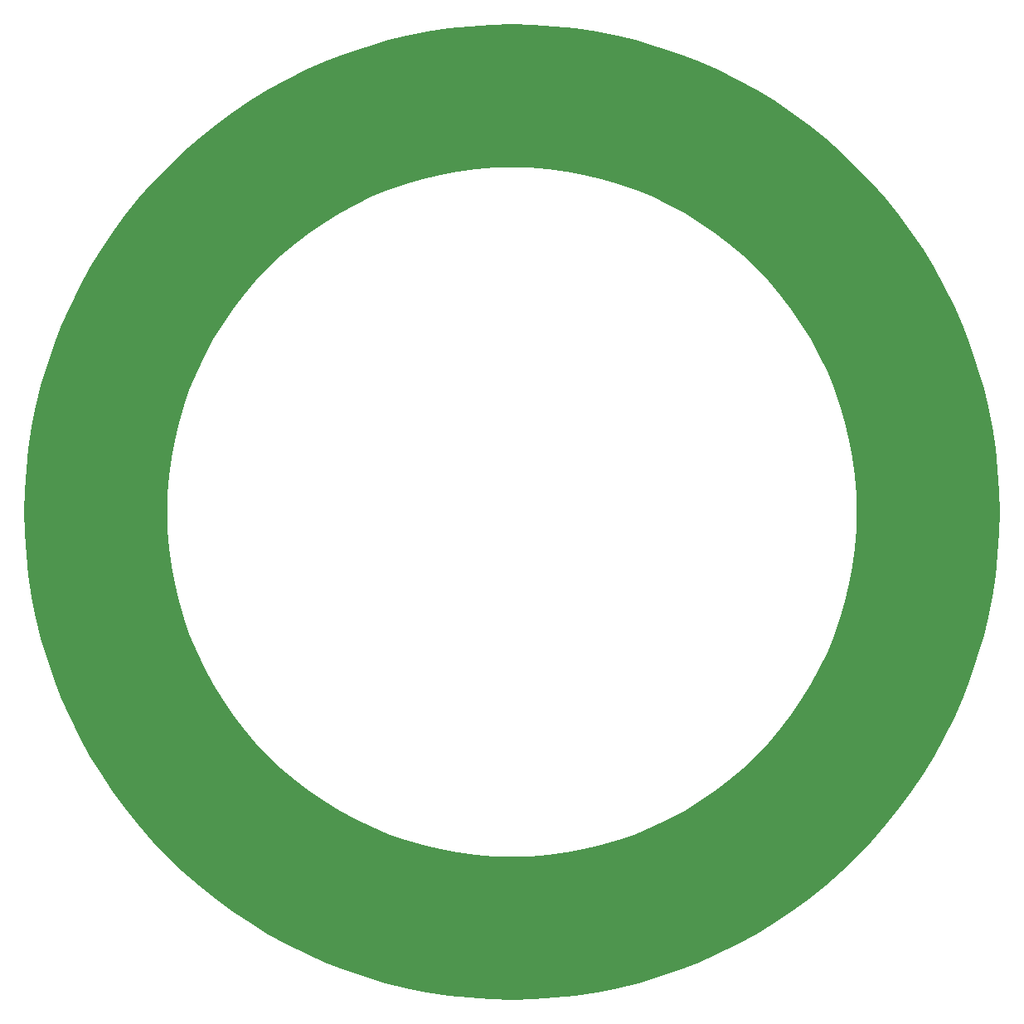
<source format=gbl>
G04*
G04 #@! TF.GenerationSoftware,Altium Limited,Altium Designer,19.1.7 (138)*
G04*
G04 Layer_Physical_Order=2*
G04 Layer_Color=16711680*
%FSLAX25Y25*%
%MOIN*%
G70*
G01*
G75*
%ADD108C,0.03937*%
G36*
X8551Y195857D02*
X17086Y195298D01*
X25589Y194367D01*
X34043Y193066D01*
X42432Y191397D01*
X50740Y189364D01*
X58951Y186970D01*
X67051Y184221D01*
X75023Y181121D01*
X82852Y177676D01*
X90523Y173893D01*
X98022Y169779D01*
X105334Y165342D01*
X112446Y160590D01*
X119344Y155532D01*
X126015Y150178D01*
X132445Y144539D01*
X138624Y138624D01*
X144539Y132445D01*
X150178Y126015D01*
X155532Y119344D01*
X160590Y112446D01*
X165342Y105334D01*
X169779Y98022D01*
X173893Y90523D01*
X177676Y82852D01*
X181121Y75023D01*
X184221Y67051D01*
X186970Y58951D01*
X189364Y50740D01*
X191397Y42432D01*
X193066Y34043D01*
X194367Y25589D01*
X195298Y17086D01*
X195857Y8551D01*
X196044Y0D01*
X195857Y-8551D01*
X195298Y-17086D01*
X194367Y-25589D01*
X193066Y-34043D01*
X191397Y-42432D01*
X189364Y-50740D01*
X186970Y-58951D01*
X184221Y-67051D01*
X181121Y-75023D01*
X177676Y-82852D01*
X173893Y-90523D01*
X169779Y-98022D01*
X165342Y-105334D01*
X160590Y-112446D01*
X155532Y-119344D01*
X150178Y-126015D01*
X144539Y-132445D01*
X138624Y-138624D01*
X132445Y-144539D01*
X126015Y-150178D01*
X119344Y-155532D01*
X112446Y-160590D01*
X105334Y-165342D01*
X98022Y-169779D01*
X90523Y-173893D01*
X82852Y-177676D01*
X75023Y-181121D01*
X67051Y-184221D01*
X58951Y-186970D01*
X50740Y-189364D01*
X42432Y-191397D01*
X34043Y-193066D01*
X25589Y-194367D01*
X17086Y-195298D01*
X8551Y-195857D01*
X0Y-196044D01*
X-8551Y-195857D01*
X-17086Y-195298D01*
X-25589Y-194367D01*
X-34043Y-193066D01*
X-42432Y-191397D01*
X-50740Y-189364D01*
X-58951Y-186970D01*
X-67051Y-184221D01*
X-75023Y-181121D01*
X-82852Y-177676D01*
X-90523Y-173893D01*
X-98022Y-169779D01*
X-105334Y-165342D01*
X-112446Y-160590D01*
X-119344Y-155532D01*
X-126015Y-150178D01*
X-132445Y-144539D01*
X-138624Y-138624D01*
X-144539Y-132445D01*
X-150178Y-126015D01*
X-155532Y-119344D01*
X-160590Y-112446D01*
X-165342Y-105334D01*
X-169779Y-98022D01*
X-173893Y-90523D01*
X-177676Y-82852D01*
X-181121Y-75023D01*
X-184221Y-67051D01*
X-186970Y-58951D01*
X-189364Y-50740D01*
X-191397Y-42432D01*
X-193066Y-34043D01*
X-194367Y-25589D01*
X-195298Y-17086D01*
X-195857Y-8551D01*
X-196044Y0D01*
X-195857Y8551D01*
X-195298Y17086D01*
X-194367Y25589D01*
X-193066Y34043D01*
X-191397Y42432D01*
X-189364Y50740D01*
X-186970Y58951D01*
X-184221Y67051D01*
X-181121Y75023D01*
X-177676Y82852D01*
X-173893Y90523D01*
X-169779Y98022D01*
X-165342Y105334D01*
X-160590Y112446D01*
X-155532Y119344D01*
X-150178Y126015D01*
X-144539Y132445D01*
X-138624Y138624D01*
X-132445Y144539D01*
X-126015Y150178D01*
X-119344Y155532D01*
X-112446Y160590D01*
X-105334Y165342D01*
X-98022Y169779D01*
X-90523Y173893D01*
X-82852Y177676D01*
X-75023Y181121D01*
X-67051Y184221D01*
X-58951Y186970D01*
X-50740Y189364D01*
X-42432Y191397D01*
X-34043Y193066D01*
X-25589Y194367D01*
X-17086Y195298D01*
X-8551Y195857D01*
X0Y196044D01*
X8551Y195857D01*
D02*
G37*
%LPC*%
G36*
X0Y138646D02*
X-7256Y138456D01*
X-14492Y137886D01*
X-21689Y136939D01*
X-28826Y135616D01*
X-35884Y133922D01*
X-42844Y131860D01*
X-49686Y129437D01*
X-56392Y126659D01*
X-62944Y123534D01*
X-69323Y120071D01*
X-75512Y116278D01*
X-81494Y112167D01*
X-87253Y107748D01*
X-92772Y103034D01*
X-98037Y98037D01*
X-103034Y92772D01*
X-107748Y87253D01*
X-112167Y81494D01*
X-116278Y75512D01*
X-120071Y69323D01*
X-123534Y62944D01*
X-126659Y56392D01*
X-129437Y49686D01*
X-131860Y42844D01*
X-133922Y35884D01*
X-135616Y28826D01*
X-136939Y21689D01*
X-137886Y14492D01*
X-138456Y7256D01*
X-138646Y0D01*
X-138456Y-7256D01*
X-137886Y-14492D01*
X-136939Y-21689D01*
X-135616Y-28826D01*
X-133922Y-35884D01*
X-131860Y-42844D01*
X-129437Y-49686D01*
X-126659Y-56392D01*
X-123534Y-62944D01*
X-120071Y-69323D01*
X-116278Y-75512D01*
X-112167Y-81494D01*
X-107748Y-87253D01*
X-103034Y-92772D01*
X-98037Y-98037D01*
X-92772Y-103034D01*
X-87253Y-107748D01*
X-81494Y-112167D01*
X-75512Y-116278D01*
X-69323Y-120071D01*
X-62944Y-123534D01*
X-56392Y-126659D01*
X-49686Y-129437D01*
X-42844Y-131860D01*
X-35884Y-133922D01*
X-28826Y-135616D01*
X-21689Y-136939D01*
X-14492Y-137886D01*
X-7256Y-138456D01*
X0Y-138646D01*
X7256Y-138456D01*
X14492Y-137886D01*
X21689Y-136939D01*
X28826Y-135616D01*
X35884Y-133922D01*
X42844Y-131860D01*
X49686Y-129437D01*
X56392Y-126659D01*
X62944Y-123534D01*
X69323Y-120071D01*
X75512Y-116278D01*
X81494Y-112167D01*
X87253Y-107748D01*
X92772Y-103034D01*
X98037Y-98037D01*
X103034Y-92772D01*
X107748Y-87253D01*
X112167Y-81494D01*
X116278Y-75512D01*
X120071Y-69323D01*
X123534Y-62944D01*
X126659Y-56392D01*
X129437Y-49686D01*
X131860Y-42844D01*
X133922Y-35884D01*
X135616Y-28826D01*
X136939Y-21689D01*
X137886Y-14492D01*
X138456Y-7256D01*
X138646Y0D01*
X138456Y7256D01*
X137886Y14492D01*
X136939Y21689D01*
X135616Y28826D01*
X133922Y35884D01*
X131860Y42844D01*
X129437Y49686D01*
X126659Y56392D01*
X123534Y62944D01*
X120071Y69323D01*
X116278Y75512D01*
X112167Y81494D01*
X107748Y87253D01*
X103034Y92772D01*
X98037Y98037D01*
X92772Y103034D01*
X87253Y107748D01*
X81494Y112167D01*
X75512Y116278D01*
X69323Y120071D01*
X62944Y123534D01*
X56392Y126659D01*
X49686Y129437D01*
X42844Y131860D01*
X35884Y133922D01*
X28826Y135616D01*
X21689Y136939D01*
X14492Y137886D01*
X7256Y138456D01*
X0Y138646D01*
D02*
G37*
%LPD*%
D108*
X49822Y136884D02*
D03*
X26975Y142775D02*
D03*
X93634Y111589D02*
D03*
X74180Y124939D02*
D03*
X126153Y72835D02*
D03*
X112438Y92033D02*
D03*
X143456Y25295D02*
D03*
X137135Y48027D02*
D03*
X143456Y-25295D02*
D03*
X145290Y-1773D02*
D03*
X126153Y-72835D02*
D03*
X135922Y-51358D02*
D03*
X93634Y-111589D02*
D03*
X110160Y-94749D02*
D03*
X49822Y-136884D02*
D03*
X71110Y-126711D02*
D03*
X0Y-145669D02*
D03*
X23484Y-143391D02*
D03*
X-49822Y-136884D02*
D03*
X-26975Y-142775D02*
D03*
X-93634Y-111589D02*
D03*
X-74180Y-124939D02*
D03*
X-126153Y-72835D02*
D03*
X-112438Y-92033D02*
D03*
X-143456Y-25295D02*
D03*
X-137135Y-48027D02*
D03*
X-143456Y25295D02*
D03*
X-145290Y1773D02*
D03*
X-126153Y72835D02*
D03*
X-135922Y51358D02*
D03*
X-93634Y111589D02*
D03*
X-110160Y94749D02*
D03*
X-49822Y136884D02*
D03*
X-71110Y126711D02*
D03*
X-23484Y143391D02*
D03*
X0Y145669D02*
D03*
M02*

</source>
